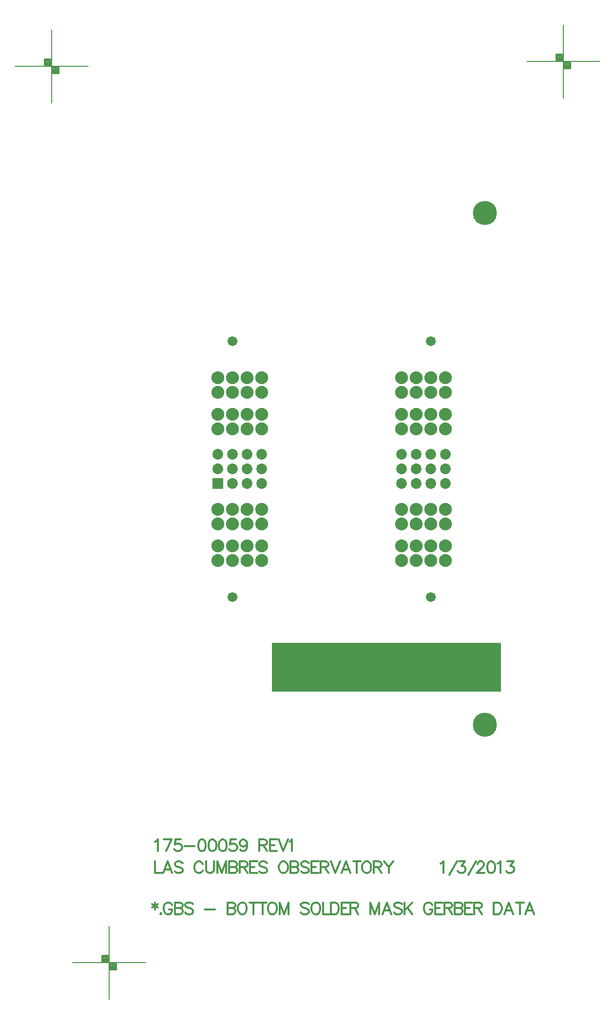
<source format=gbs>
%FSLAX23Y23*%
%MOIN*%
G70*
G01*
G75*
G04 Layer_Color=16711935*
%ADD10C,0.010*%
%ADD11C,0.012*%
%ADD12C,0.008*%
%ADD13C,0.012*%
%ADD14C,0.012*%
%ADD15C,0.080*%
%ADD16C,0.065*%
%ADD17C,0.059*%
%ADD18R,0.065X0.065*%
%ADD19C,0.157*%
%ADD20C,0.040*%
%ADD21C,0.092*%
%ADD22C,0.190*%
%ADD23C,0.206*%
%ADD24C,0.005*%
%ADD25C,0.020*%
%ADD26C,0.007*%
%ADD27R,0.198X0.152*%
%ADD28C,0.088*%
%ADD29C,0.073*%
%ADD30C,0.067*%
%ADD31R,0.073X0.073*%
%ADD32C,0.165*%
%ADD33R,1.567X0.338*%
D11*
X15612Y6704D02*
Y6658D01*
X15593Y6693D02*
X15632Y6670D01*
Y6693D02*
X15593Y6670D01*
X15652Y6632D02*
X15648Y6628D01*
X15652Y6624D01*
X15656Y6628D01*
X15652Y6632D01*
X15730Y6685D02*
X15726Y6693D01*
X15719Y6700D01*
X15711Y6704D01*
X15696D01*
X15688Y6700D01*
X15681Y6693D01*
X15677Y6685D01*
X15673Y6674D01*
Y6655D01*
X15677Y6643D01*
X15681Y6636D01*
X15688Y6628D01*
X15696Y6624D01*
X15711D01*
X15719Y6628D01*
X15726Y6636D01*
X15730Y6643D01*
Y6655D01*
X15711D02*
X15730D01*
X15748Y6704D02*
Y6624D01*
Y6704D02*
X15783D01*
X15794Y6700D01*
X15798Y6697D01*
X15802Y6689D01*
Y6681D01*
X15798Y6674D01*
X15794Y6670D01*
X15783Y6666D01*
X15748D02*
X15783D01*
X15794Y6662D01*
X15798Y6658D01*
X15802Y6651D01*
Y6639D01*
X15798Y6632D01*
X15794Y6628D01*
X15783Y6624D01*
X15748D01*
X15873Y6693D02*
X15865Y6700D01*
X15854Y6704D01*
X15839D01*
X15827Y6700D01*
X15820Y6693D01*
Y6685D01*
X15823Y6678D01*
X15827Y6674D01*
X15835Y6670D01*
X15858Y6662D01*
X15865Y6658D01*
X15869Y6655D01*
X15873Y6647D01*
Y6636D01*
X15865Y6628D01*
X15854Y6624D01*
X15839D01*
X15827Y6628D01*
X15820Y6636D01*
X15954Y6658D02*
X16022D01*
X16109Y6704D02*
Y6624D01*
Y6704D02*
X16143D01*
X16154Y6700D01*
X16158Y6697D01*
X16162Y6689D01*
Y6681D01*
X16158Y6674D01*
X16154Y6670D01*
X16143Y6666D01*
X16109D02*
X16143D01*
X16154Y6662D01*
X16158Y6658D01*
X16162Y6651D01*
Y6639D01*
X16158Y6632D01*
X16154Y6628D01*
X16143Y6624D01*
X16109D01*
X16203Y6704D02*
X16195Y6700D01*
X16188Y6693D01*
X16184Y6685D01*
X16180Y6674D01*
Y6655D01*
X16184Y6643D01*
X16188Y6636D01*
X16195Y6628D01*
X16203Y6624D01*
X16218D01*
X16226Y6628D01*
X16233Y6636D01*
X16237Y6643D01*
X16241Y6655D01*
Y6674D01*
X16237Y6685D01*
X16233Y6693D01*
X16226Y6700D01*
X16218Y6704D01*
X16203D01*
X16286D02*
Y6624D01*
X16260Y6704D02*
X16313D01*
X16349D02*
Y6624D01*
X16322Y6704D02*
X16376D01*
X16408D02*
X16400Y6700D01*
X16393Y6693D01*
X16389Y6685D01*
X16385Y6674D01*
Y6655D01*
X16389Y6643D01*
X16393Y6636D01*
X16400Y6628D01*
X16408Y6624D01*
X16423D01*
X16431Y6628D01*
X16439Y6636D01*
X16442Y6643D01*
X16446Y6655D01*
Y6674D01*
X16442Y6685D01*
X16439Y6693D01*
X16431Y6700D01*
X16423Y6704D01*
X16408D01*
X16465D02*
Y6624D01*
Y6704D02*
X16495Y6624D01*
X16526Y6704D02*
X16495Y6624D01*
X16526Y6704D02*
Y6624D01*
X16665Y6693D02*
X16657Y6700D01*
X16646Y6704D01*
X16631D01*
X16619Y6700D01*
X16611Y6693D01*
Y6685D01*
X16615Y6678D01*
X16619Y6674D01*
X16627Y6670D01*
X16650Y6662D01*
X16657Y6658D01*
X16661Y6655D01*
X16665Y6647D01*
Y6636D01*
X16657Y6628D01*
X16646Y6624D01*
X16631D01*
X16619Y6628D01*
X16611Y6636D01*
X16706Y6704D02*
X16698Y6700D01*
X16690Y6693D01*
X16687Y6685D01*
X16683Y6674D01*
Y6655D01*
X16687Y6643D01*
X16690Y6636D01*
X16698Y6628D01*
X16706Y6624D01*
X16721D01*
X16728Y6628D01*
X16736Y6636D01*
X16740Y6643D01*
X16744Y6655D01*
Y6674D01*
X16740Y6685D01*
X16736Y6693D01*
X16728Y6700D01*
X16721Y6704D01*
X16706D01*
X16762D02*
Y6624D01*
X16808D01*
X16817Y6704D02*
Y6624D01*
Y6704D02*
X16843D01*
X16855Y6700D01*
X16862Y6693D01*
X16866Y6685D01*
X16870Y6674D01*
Y6655D01*
X16866Y6643D01*
X16862Y6636D01*
X16855Y6628D01*
X16843Y6624D01*
X16817D01*
X16938Y6704D02*
X16888D01*
Y6624D01*
X16938D01*
X16888Y6666D02*
X16918D01*
X16951Y6704D02*
Y6624D01*
Y6704D02*
X16985D01*
X16997Y6700D01*
X17000Y6697D01*
X17004Y6689D01*
Y6681D01*
X17000Y6674D01*
X16997Y6670D01*
X16985Y6666D01*
X16951D01*
X16978D02*
X17004Y6624D01*
X17085Y6704D02*
Y6624D01*
Y6704D02*
X17115Y6624D01*
X17146Y6704D02*
X17115Y6624D01*
X17146Y6704D02*
Y6624D01*
X17230D02*
X17199Y6704D01*
X17169Y6624D01*
X17180Y6651D02*
X17218D01*
X17302Y6693D02*
X17294Y6700D01*
X17283Y6704D01*
X17267D01*
X17256Y6700D01*
X17248Y6693D01*
Y6685D01*
X17252Y6678D01*
X17256Y6674D01*
X17264Y6670D01*
X17286Y6662D01*
X17294Y6658D01*
X17298Y6655D01*
X17302Y6647D01*
Y6636D01*
X17294Y6628D01*
X17283Y6624D01*
X17267D01*
X17256Y6628D01*
X17248Y6636D01*
X17320Y6704D02*
Y6624D01*
X17373Y6704D02*
X17320Y6651D01*
X17339Y6670D02*
X17373Y6624D01*
X17511Y6685D02*
X17507Y6693D01*
X17499Y6700D01*
X17492Y6704D01*
X17476D01*
X17469Y6700D01*
X17461Y6693D01*
X17457Y6685D01*
X17454Y6674D01*
Y6655D01*
X17457Y6643D01*
X17461Y6636D01*
X17469Y6628D01*
X17476Y6624D01*
X17492D01*
X17499Y6628D01*
X17507Y6636D01*
X17511Y6643D01*
Y6655D01*
X17492D02*
X17511D01*
X17579Y6704D02*
X17529D01*
Y6624D01*
X17579D01*
X17529Y6666D02*
X17559D01*
X17592Y6704D02*
Y6624D01*
Y6704D02*
X17626D01*
X17638Y6700D01*
X17641Y6697D01*
X17645Y6689D01*
Y6681D01*
X17641Y6674D01*
X17638Y6670D01*
X17626Y6666D01*
X17592D01*
X17619D02*
X17645Y6624D01*
X17663Y6704D02*
Y6624D01*
Y6704D02*
X17697D01*
X17709Y6700D01*
X17713Y6697D01*
X17716Y6689D01*
Y6681D01*
X17713Y6674D01*
X17709Y6670D01*
X17697Y6666D01*
X17663D02*
X17697D01*
X17709Y6662D01*
X17713Y6658D01*
X17716Y6651D01*
Y6639D01*
X17713Y6632D01*
X17709Y6628D01*
X17697Y6624D01*
X17663D01*
X17784Y6704D02*
X17734D01*
Y6624D01*
X17784D01*
X17734Y6666D02*
X17765D01*
X17797Y6704D02*
Y6624D01*
Y6704D02*
X17831D01*
X17843Y6700D01*
X17847Y6697D01*
X17850Y6689D01*
Y6681D01*
X17847Y6674D01*
X17843Y6670D01*
X17831Y6666D01*
X17797D01*
X17824D02*
X17850Y6624D01*
X17931Y6704D02*
Y6624D01*
Y6704D02*
X17958D01*
X17969Y6700D01*
X17977Y6693D01*
X17981Y6685D01*
X17985Y6674D01*
Y6655D01*
X17981Y6643D01*
X17977Y6636D01*
X17969Y6628D01*
X17958Y6624D01*
X17931D01*
X18063D02*
X18033Y6704D01*
X18002Y6624D01*
X18014Y6651D02*
X18052D01*
X18109Y6704D02*
Y6624D01*
X18082Y6704D02*
X18135D01*
X18206Y6624D02*
X18175Y6704D01*
X18145Y6624D01*
X18156Y6651D02*
X18194D01*
D12*
X15050Y6294D02*
X15550D01*
X15300Y6044D02*
Y6544D01*
X15250Y6294D02*
Y6344D01*
X15300D01*
X15350Y6244D02*
Y6294D01*
X15300Y6244D02*
X15350D01*
X15305Y6289D02*
X15345D01*
Y6249D02*
Y6289D01*
X15305Y6249D02*
X15345D01*
X15305D02*
Y6289D01*
X15310Y6284D02*
X15340D01*
Y6254D02*
Y6284D01*
X15310Y6254D02*
X15340D01*
X15310D02*
Y6279D01*
X15315D02*
X15335D01*
Y6259D02*
Y6279D01*
X15315Y6259D02*
X15335D01*
X15315D02*
Y6274D01*
X15320D02*
X15330D01*
Y6264D02*
Y6274D01*
X15320Y6264D02*
X15330D01*
X15320D02*
Y6274D01*
Y6269D02*
X15330D01*
X15255Y6339D02*
X15295D01*
Y6299D02*
Y6339D01*
X15255Y6299D02*
X15295D01*
X15255D02*
Y6339D01*
X15260Y6334D02*
X15290D01*
Y6304D02*
Y6334D01*
X15260Y6304D02*
X15290D01*
X15260D02*
Y6329D01*
X15265D02*
X15285D01*
Y6309D02*
Y6329D01*
X15265Y6309D02*
X15285D01*
X15265D02*
Y6324D01*
X15270D02*
X15280D01*
Y6314D02*
Y6324D01*
X15270Y6314D02*
X15280D01*
X15270D02*
Y6324D01*
Y6319D02*
X15280D01*
X14657Y12424D02*
X15157D01*
X14907Y12174D02*
Y12674D01*
X14857Y12424D02*
Y12474D01*
X14907D01*
X14957Y12374D02*
Y12424D01*
X14907Y12374D02*
X14957D01*
X14912Y12419D02*
X14952D01*
Y12379D02*
Y12419D01*
X14912Y12379D02*
X14952D01*
X14912D02*
Y12419D01*
X14917Y12414D02*
X14947D01*
Y12384D02*
Y12414D01*
X14917Y12384D02*
X14947D01*
X14917D02*
Y12409D01*
X14922D02*
X14942D01*
Y12389D02*
Y12409D01*
X14922Y12389D02*
X14942D01*
X14922D02*
Y12404D01*
X14927D02*
X14937D01*
Y12394D02*
Y12404D01*
X14927Y12394D02*
X14937D01*
X14927D02*
Y12404D01*
Y12399D02*
X14937D01*
X14862Y12469D02*
X14902D01*
Y12429D02*
Y12469D01*
X14862Y12429D02*
X14902D01*
X14862D02*
Y12469D01*
X14867Y12464D02*
X14897D01*
Y12434D02*
Y12464D01*
X14867Y12434D02*
X14897D01*
X14867D02*
Y12459D01*
X14872D02*
X14892D01*
Y12439D02*
Y12459D01*
X14872Y12439D02*
X14892D01*
X14872D02*
Y12454D01*
X14877D02*
X14887D01*
Y12444D02*
Y12454D01*
X14877Y12444D02*
X14887D01*
X14877D02*
Y12454D01*
Y12449D02*
X14887D01*
X18157Y12458D02*
X18657D01*
X18407Y12208D02*
Y12708D01*
X18357Y12458D02*
Y12508D01*
X18407D01*
X18457Y12408D02*
Y12458D01*
X18407Y12408D02*
X18457D01*
X18412Y12453D02*
X18452D01*
Y12413D02*
Y12453D01*
X18412Y12413D02*
X18452D01*
X18412D02*
Y12453D01*
X18417Y12448D02*
X18447D01*
Y12418D02*
Y12448D01*
X18417Y12418D02*
X18447D01*
X18417D02*
Y12443D01*
X18422D02*
X18442D01*
Y12423D02*
Y12443D01*
X18422Y12423D02*
X18442D01*
X18422D02*
Y12438D01*
X18427D02*
X18437D01*
Y12428D02*
Y12438D01*
X18427Y12428D02*
X18437D01*
X18427D02*
Y12438D01*
Y12433D02*
X18437D01*
X18362Y12503D02*
X18402D01*
Y12463D02*
Y12503D01*
X18362Y12463D02*
X18402D01*
X18362D02*
Y12503D01*
X18367Y12498D02*
X18397D01*
Y12468D02*
Y12498D01*
X18367Y12468D02*
X18397D01*
X18367D02*
Y12493D01*
X18372D02*
X18392D01*
Y12473D02*
Y12493D01*
X18372Y12473D02*
X18392D01*
X18372D02*
Y12488D01*
X18377D02*
X18387D01*
Y12478D02*
Y12488D01*
X18377Y12478D02*
X18387D01*
X18377D02*
Y12488D01*
Y12483D02*
X18387D01*
D13*
X15614Y7120D02*
X15622Y7123D01*
X15634Y7135D01*
Y7055D01*
X15726Y7135D02*
X15688Y7055D01*
X15673Y7135D02*
X15726D01*
X15790D02*
X15752D01*
X15748Y7101D01*
X15752Y7104D01*
X15763Y7108D01*
X15775D01*
X15786Y7104D01*
X15794Y7097D01*
X15798Y7085D01*
Y7078D01*
X15794Y7066D01*
X15786Y7059D01*
X15775Y7055D01*
X15763D01*
X15752Y7059D01*
X15748Y7062D01*
X15744Y7070D01*
X15816Y7089D02*
X15884D01*
X15931Y7135D02*
X15919Y7131D01*
X15912Y7120D01*
X15908Y7101D01*
Y7089D01*
X15912Y7070D01*
X15919Y7059D01*
X15931Y7055D01*
X15938D01*
X15950Y7059D01*
X15957Y7070D01*
X15961Y7089D01*
Y7101D01*
X15957Y7120D01*
X15950Y7131D01*
X15938Y7135D01*
X15931D01*
X16002D02*
X15990Y7131D01*
X15983Y7120D01*
X15979Y7101D01*
Y7089D01*
X15983Y7070D01*
X15990Y7059D01*
X16002Y7055D01*
X16009D01*
X16021Y7059D01*
X16028Y7070D01*
X16032Y7089D01*
Y7101D01*
X16028Y7120D01*
X16021Y7131D01*
X16009Y7135D01*
X16002D01*
X16073D02*
X16062Y7131D01*
X16054Y7120D01*
X16050Y7101D01*
Y7089D01*
X16054Y7070D01*
X16062Y7059D01*
X16073Y7055D01*
X16081D01*
X16092Y7059D01*
X16100Y7070D01*
X16103Y7089D01*
Y7101D01*
X16100Y7120D01*
X16092Y7131D01*
X16081Y7135D01*
X16073D01*
X16167D02*
X16129D01*
X16125Y7101D01*
X16129Y7104D01*
X16140Y7108D01*
X16152D01*
X16163Y7104D01*
X16171Y7097D01*
X16175Y7085D01*
Y7078D01*
X16171Y7066D01*
X16163Y7059D01*
X16152Y7055D01*
X16140D01*
X16129Y7059D01*
X16125Y7062D01*
X16121Y7070D01*
X16242Y7108D02*
X16238Y7097D01*
X16231Y7089D01*
X16219Y7085D01*
X16215D01*
X16204Y7089D01*
X16196Y7097D01*
X16193Y7108D01*
Y7112D01*
X16196Y7123D01*
X16204Y7131D01*
X16215Y7135D01*
X16219D01*
X16231Y7131D01*
X16238Y7123D01*
X16242Y7108D01*
Y7089D01*
X16238Y7070D01*
X16231Y7059D01*
X16219Y7055D01*
X16212D01*
X16200Y7059D01*
X16196Y7066D01*
X16327Y7135D02*
Y7055D01*
Y7135D02*
X16361D01*
X16372Y7131D01*
X16376Y7127D01*
X16380Y7120D01*
Y7112D01*
X16376Y7104D01*
X16372Y7101D01*
X16361Y7097D01*
X16327D01*
X16353D02*
X16380Y7055D01*
X16447Y7135D02*
X16398D01*
Y7055D01*
X16447D01*
X16398Y7097D02*
X16428D01*
X16461Y7135D02*
X16491Y7055D01*
X16522Y7135D02*
X16491Y7055D01*
X16532Y7120D02*
X16540Y7123D01*
X16551Y7135D01*
Y7055D01*
D14*
X15614Y6985D02*
Y6905D01*
X15660D01*
X15730D02*
X15699Y6985D01*
X15669Y6905D01*
X15680Y6931D02*
X15718D01*
X15802Y6973D02*
X15794Y6981D01*
X15783Y6985D01*
X15768D01*
X15756Y6981D01*
X15749Y6973D01*
Y6966D01*
X15752Y6958D01*
X15756Y6954D01*
X15764Y6950D01*
X15787Y6943D01*
X15794Y6939D01*
X15798Y6935D01*
X15802Y6928D01*
Y6916D01*
X15794Y6909D01*
X15783Y6905D01*
X15768D01*
X15756Y6909D01*
X15749Y6916D01*
X15940Y6966D02*
X15936Y6973D01*
X15928Y6981D01*
X15921Y6985D01*
X15905D01*
X15898Y6981D01*
X15890Y6973D01*
X15886Y6966D01*
X15883Y6954D01*
Y6935D01*
X15886Y6924D01*
X15890Y6916D01*
X15898Y6909D01*
X15905Y6905D01*
X15921D01*
X15928Y6909D01*
X15936Y6916D01*
X15940Y6924D01*
X15962Y6985D02*
Y6928D01*
X15966Y6916D01*
X15974Y6909D01*
X15985Y6905D01*
X15993D01*
X16004Y6909D01*
X16012Y6916D01*
X16016Y6928D01*
Y6985D01*
X16038D02*
Y6905D01*
Y6985D02*
X16068Y6905D01*
X16099Y6985D02*
X16068Y6905D01*
X16099Y6985D02*
Y6905D01*
X16121Y6985D02*
Y6905D01*
Y6985D02*
X16156D01*
X16167Y6981D01*
X16171Y6977D01*
X16175Y6970D01*
Y6962D01*
X16171Y6954D01*
X16167Y6950D01*
X16156Y6947D01*
X16121D02*
X16156D01*
X16167Y6943D01*
X16171Y6939D01*
X16175Y6931D01*
Y6920D01*
X16171Y6912D01*
X16167Y6909D01*
X16156Y6905D01*
X16121D01*
X16193Y6985D02*
Y6905D01*
Y6985D02*
X16227D01*
X16238Y6981D01*
X16242Y6977D01*
X16246Y6970D01*
Y6962D01*
X16242Y6954D01*
X16238Y6950D01*
X16227Y6947D01*
X16193D01*
X16219D02*
X16246Y6905D01*
X16313Y6985D02*
X16264D01*
Y6905D01*
X16313D01*
X16264Y6947D02*
X16294D01*
X16380Y6973D02*
X16372Y6981D01*
X16361Y6985D01*
X16346D01*
X16334Y6981D01*
X16327Y6973D01*
Y6966D01*
X16330Y6958D01*
X16334Y6954D01*
X16342Y6950D01*
X16365Y6943D01*
X16372Y6939D01*
X16376Y6935D01*
X16380Y6928D01*
Y6916D01*
X16372Y6909D01*
X16361Y6905D01*
X16346D01*
X16334Y6909D01*
X16327Y6916D01*
X16484Y6985D02*
X16476Y6981D01*
X16468Y6973D01*
X16465Y6966D01*
X16461Y6954D01*
Y6935D01*
X16465Y6924D01*
X16468Y6916D01*
X16476Y6909D01*
X16484Y6905D01*
X16499D01*
X16506Y6909D01*
X16514Y6916D01*
X16518Y6924D01*
X16522Y6935D01*
Y6954D01*
X16518Y6966D01*
X16514Y6973D01*
X16506Y6981D01*
X16499Y6985D01*
X16484D01*
X16540D02*
Y6905D01*
Y6985D02*
X16575D01*
X16586Y6981D01*
X16590Y6977D01*
X16594Y6970D01*
Y6962D01*
X16590Y6954D01*
X16586Y6950D01*
X16575Y6947D01*
X16540D02*
X16575D01*
X16586Y6943D01*
X16590Y6939D01*
X16594Y6931D01*
Y6920D01*
X16590Y6912D01*
X16586Y6909D01*
X16575Y6905D01*
X16540D01*
X16665Y6973D02*
X16657Y6981D01*
X16646Y6985D01*
X16631D01*
X16619Y6981D01*
X16612Y6973D01*
Y6966D01*
X16615Y6958D01*
X16619Y6954D01*
X16627Y6950D01*
X16650Y6943D01*
X16657Y6939D01*
X16661Y6935D01*
X16665Y6928D01*
Y6916D01*
X16657Y6909D01*
X16646Y6905D01*
X16631D01*
X16619Y6909D01*
X16612Y6916D01*
X16732Y6985D02*
X16683D01*
Y6905D01*
X16732D01*
X16683Y6947D02*
X16713D01*
X16746Y6985D02*
Y6905D01*
Y6985D02*
X16780D01*
X16791Y6981D01*
X16795Y6977D01*
X16799Y6970D01*
Y6962D01*
X16795Y6954D01*
X16791Y6950D01*
X16780Y6947D01*
X16746D01*
X16772D02*
X16799Y6905D01*
X16817Y6985D02*
X16847Y6905D01*
X16878Y6985D02*
X16847Y6905D01*
X16949D02*
X16919Y6985D01*
X16888Y6905D01*
X16900Y6931D02*
X16938D01*
X16994Y6985D02*
Y6905D01*
X16968Y6985D02*
X17021D01*
X17053D02*
X17046Y6981D01*
X17038Y6973D01*
X17034Y6966D01*
X17031Y6954D01*
Y6935D01*
X17034Y6924D01*
X17038Y6916D01*
X17046Y6909D01*
X17053Y6905D01*
X17069D01*
X17076Y6909D01*
X17084Y6916D01*
X17088Y6924D01*
X17091Y6935D01*
Y6954D01*
X17088Y6966D01*
X17084Y6973D01*
X17076Y6981D01*
X17069Y6985D01*
X17053D01*
X17110D02*
Y6905D01*
Y6985D02*
X17144D01*
X17156Y6981D01*
X17160Y6977D01*
X17163Y6970D01*
Y6962D01*
X17160Y6954D01*
X17156Y6950D01*
X17144Y6947D01*
X17110D01*
X17137D02*
X17163Y6905D01*
X17181Y6985D02*
X17212Y6947D01*
Y6905D01*
X17242Y6985D02*
X17212Y6947D01*
X17567Y6970D02*
X17574Y6973D01*
X17586Y6985D01*
Y6905D01*
X17625Y6893D02*
X17679Y6985D01*
X17692D02*
X17734D01*
X17711Y6954D01*
X17722D01*
X17730Y6950D01*
X17734Y6947D01*
X17737Y6935D01*
Y6928D01*
X17734Y6916D01*
X17726Y6909D01*
X17715Y6905D01*
X17703D01*
X17692Y6909D01*
X17688Y6912D01*
X17684Y6920D01*
X17755Y6893D02*
X17809Y6985D01*
X17818Y6966D02*
Y6970D01*
X17822Y6977D01*
X17825Y6981D01*
X17833Y6985D01*
X17848D01*
X17856Y6981D01*
X17860Y6977D01*
X17863Y6970D01*
Y6962D01*
X17860Y6954D01*
X17852Y6943D01*
X17814Y6905D01*
X17867D01*
X17908Y6985D02*
X17897Y6981D01*
X17889Y6970D01*
X17885Y6950D01*
Y6939D01*
X17889Y6920D01*
X17897Y6909D01*
X17908Y6905D01*
X17916D01*
X17927Y6909D01*
X17935Y6920D01*
X17939Y6939D01*
Y6950D01*
X17935Y6970D01*
X17927Y6981D01*
X17916Y6985D01*
X17908D01*
X17956Y6970D02*
X17964Y6973D01*
X17975Y6985D01*
Y6905D01*
X18023Y6985D02*
X18065D01*
X18042Y6954D01*
X18053D01*
X18061Y6950D01*
X18065Y6947D01*
X18068Y6935D01*
Y6928D01*
X18065Y6916D01*
X18057Y6909D01*
X18046Y6905D01*
X18034D01*
X18023Y6909D01*
X18019Y6912D01*
X18015Y6920D01*
D28*
X17599Y9394D02*
D03*
X17499D02*
D03*
X17399D02*
D03*
X17299D02*
D03*
Y9294D02*
D03*
X17399D02*
D03*
X17499D02*
D03*
X17599D02*
D03*
X17299Y9144D02*
D03*
X17399D02*
D03*
X17499D02*
D03*
X17599D02*
D03*
X17299Y9044D02*
D03*
X17399D02*
D03*
X17499D02*
D03*
X17599D02*
D03*
Y9944D02*
D03*
X17499D02*
D03*
X17399D02*
D03*
X17299D02*
D03*
X17599Y10044D02*
D03*
X17499D02*
D03*
X17399D02*
D03*
X17299D02*
D03*
X17599Y10194D02*
D03*
X17499D02*
D03*
X17399D02*
D03*
X17299D02*
D03*
Y10294D02*
D03*
X17399D02*
D03*
X17499D02*
D03*
X17599D02*
D03*
X16044D02*
D03*
X16144D02*
D03*
X16244D02*
D03*
X16344D02*
D03*
Y10194D02*
D03*
X16244D02*
D03*
X16144D02*
D03*
X16044D02*
D03*
X16344Y10044D02*
D03*
X16244D02*
D03*
X16144D02*
D03*
X16044D02*
D03*
X16344Y9944D02*
D03*
X16244D02*
D03*
X16144D02*
D03*
X16044D02*
D03*
Y9044D02*
D03*
X16144D02*
D03*
X16244D02*
D03*
X16344D02*
D03*
X16044Y9144D02*
D03*
X16144D02*
D03*
X16244D02*
D03*
X16344D02*
D03*
X16044Y9294D02*
D03*
X16144D02*
D03*
X16244D02*
D03*
X16344D02*
D03*
Y9394D02*
D03*
X16244D02*
D03*
X16144D02*
D03*
X16044D02*
D03*
D29*
X17299Y9769D02*
D03*
X17399D02*
D03*
X17499D02*
D03*
X17599D02*
D03*
X17299Y9669D02*
D03*
X17399D02*
D03*
X17499D02*
D03*
X17599D02*
D03*
X17299Y9569D02*
D03*
X17399D02*
D03*
X17499D02*
D03*
X17599D02*
D03*
X16144D02*
D03*
X16244D02*
D03*
X16344D02*
D03*
X16044Y9669D02*
D03*
X16144D02*
D03*
X16244D02*
D03*
X16344D02*
D03*
X16044Y9769D02*
D03*
X16144D02*
D03*
X16244D02*
D03*
X16344D02*
D03*
D30*
X17499Y10544D02*
D03*
Y8794D02*
D03*
X16144D02*
D03*
Y10544D02*
D03*
D31*
X16044Y9569D02*
D03*
D32*
X17870Y7919D02*
D03*
Y11419D02*
D03*
D33*
X17196Y8314D02*
D03*
M02*

</source>
